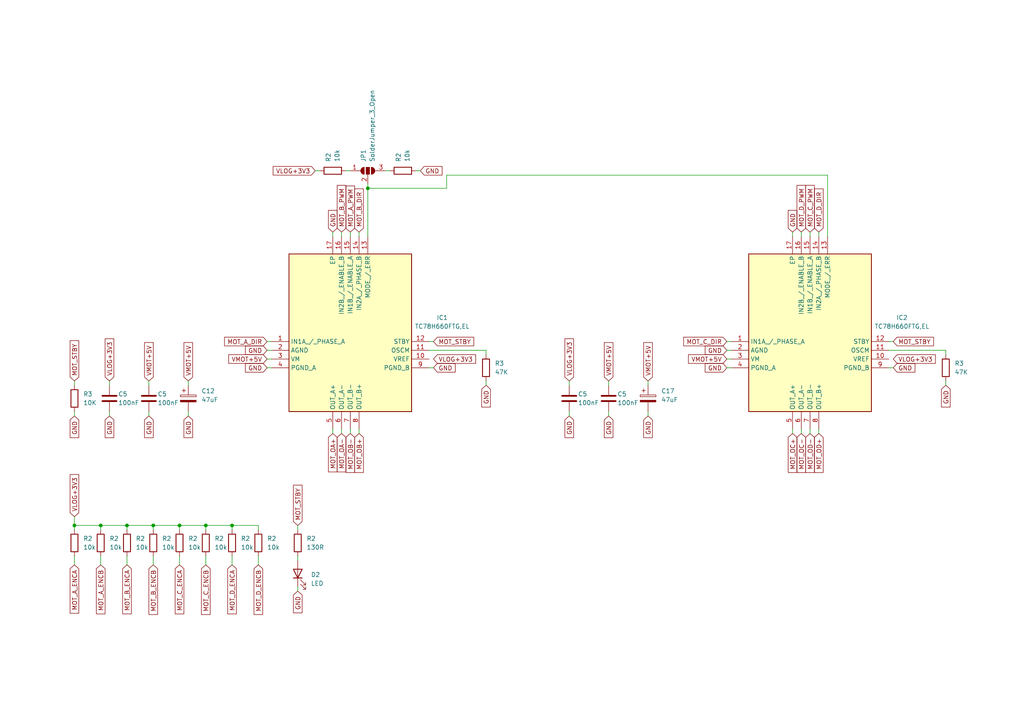
<source format=kicad_sch>
(kicad_sch (version 20230121) (generator eeschema)
  (paper "A4")
  (lib_symbols
    (symbol "Device:C" (pin_numbers hide) (pin_names (offset 0.254))
      (property "Reference" "C" (at 0.635 2.54 0))
      (property "Value" "C" (at 0.635 -2.54 0))
      (symbol "C_0_1"
        (polyline (pts (xy -2.032 -0.762) (xy 2.032 -0.762)) (stroke (width 0.508)))
        (polyline (pts (xy -2.032 0.762) (xy 2.032 0.762)) (stroke (width 0.508)))
      )
      (symbol "C_1_1"
        (pin passive line (at 0 3.81 270) (length 2.794) (name "~") (number "1"))
        (pin passive line (at 0 -3.81 90) (length 2.794) (name "~") (number "2"))
      )
    )
    (symbol "Device:C_Polarized" (pin_numbers hide) (pin_names (offset 0.254))
      (property "Reference" "C" (at 0.635 2.54 0))
      (property "Value" "C_Polarized" (at 0.635 -2.54 0))
      (symbol "C_Polarized_0_1"
        (rectangle (start -2.286 0.508) (end 2.286 1.016))
        (polyline (pts (xy -1.778 2.286) (xy -0.762 2.286)))
        (polyline (pts (xy -1.27 2.794) (xy -1.27 1.778)))
        (rectangle (start 2.286 -0.508) (end -2.286 -1.016) (fill (type outline)))
      )
      (symbol "C_Polarized_1_1"
        (pin passive line (at 0 3.81 270) (length 2.794) (name "~") (number "1"))
        (pin passive line (at 0 -3.81 90) (length 2.794) (name "~") (number "2"))
      )
    )
    (symbol "Device:LED" (pin_numbers hide) (pin_names (offset 1.016) hide)
      (property "Reference" "D" (at 0 2.54 0))
      (property "Value" "LED" (at 0 -2.54 0))
      (symbol "LED_0_1"
        (polyline (pts (xy -1.27 -1.27) (xy -1.27 1.27)) (stroke (width 0.254)))
        (polyline (pts (xy -1.27 0) (xy 1.27 0)))
        (polyline (pts (xy 1.27 -1.27) (xy 1.27 1.27) (xy -1.27 0) (xy 1.27 -1.27)) (stroke (width 0.254)))
        (polyline (pts (xy -3.048 -0.762) (xy -4.572 -2.286) (xy -3.81 -2.286) (xy -4.572 -2.286) (xy -4.572 -1.524)))
        (polyline (pts (xy -1.778 -0.762) (xy -3.302 -2.286) (xy -2.54 -2.286) (xy -3.302 -2.286) (xy -3.302 -1.524)))
      )
      (symbol "LED_1_1"
        (pin passive line (at -3.81 0 0) (length 2.54) (name "K") (number "1"))
        (pin passive line (at 3.81 0 180) (length 2.54) (name "A") (number "2"))
      )
    )
    (symbol "Device:R" (pin_numbers hide) (pin_names (offset 0))
      (property "Reference" "R" (at 2.032 0 90))
      (property "Value" "R" (at 0 0 90))
      (symbol "R_0_1"
        (rectangle (start -1.016 -2.54) (end 1.016 2.54) (stroke (width 0.254)))
      )
      (symbol "R_1_1"
        (pin passive line (at 0 3.81 270) (length 1.27) (name "~") (number "1"))
        (pin passive line (at 0 -3.81 90) (length 1.27) (name "~") (number "2"))
      )
    )
    (symbol "Jumper:SolderJumper_3_Open" (pin_names (offset 0) hide)
      (property "Reference" "JP" (at -2.54 -2.54 0))
      (property "Value" "SolderJumper_3_Open" (at 0 2.794 0))
      (symbol "SolderJumper_3_Open_0_1"
        (arc (start -1.016 1.016) (mid -2.0276 0) (end -1.016 -1.016))
        (arc (start -1.016 1.016) (mid -2.0276 0) (end -1.016 -1.016) (fill (type outline)))
        (rectangle (start -0.508 1.016) (end 0.508 -1.016) (fill (type outline)))
        (polyline (pts (xy -2.54 0) (xy -2.032 0)))
        (polyline (pts (xy -1.016 1.016) (xy -1.016 -1.016)))
        (polyline (pts (xy 0 -1.27) (xy 0 -1.016)))
        (polyline (pts (xy 1.016 1.016) (xy 1.016 -1.016)))
        (polyline (pts (xy 2.54 0) (xy 2.032 0)))
        (arc (start 1.016 -1.016) (mid 2.0276 0) (end 1.016 1.016))
        (arc (start 1.016 -1.016) (mid 2.0276 0) (end 1.016 1.016) (fill (type outline)))
      )
      (symbol "SolderJumper_3_Open_1_1"
        (pin passive line (at -5.08 0 0) (length 2.54) (name "A") (number "1"))
        (pin passive line (at 0 -3.81 90) (length 2.54) (name "C") (number "2"))
        (pin passive line (at 5.08 0 180) (length 2.54) (name "B") (number "3"))
      )
    )
    (symbol "TC78H660FTG_EL:TC78H660FTG,EL"
      (property "Reference" "IC" (at 41.91 30.48 0))
      (property "Value" "TC78H660FTG,EL" (at 41.91 27.94 0))
      (symbol "TC78H660FTG,EL_1_1"
        (rectangle (start 5.08 25.4) (end 40.64 -20.32) (stroke (width 0.254)) (fill (type background)))
        (pin passive line (at 0 0 0) (length 5.08) (name "IN1A_/_PHASE_A") (number "1"))
        (pin passive line (at 45.72 -5.08 180) (length 5.08) (name "VREF") (number "10"))
        (pin passive line (at 45.72 -2.54 180) (length 5.08) (name "OSCM") (number "11"))
        (pin passive line (at 45.72 0 180) (length 5.08) (name "STBY") (number "12"))
        (pin passive line (at 27.94 30.48 270) (length 5.08) (name "MODE_/_ERR") (number "13"))
        (pin passive line (at 25.4 30.48 270) (length 5.08) (name "IN2A_/_PHASE_B") (number "14"))
        (pin passive line (at 22.86 30.48 270) (length 5.08) (name "IN1B_/_ENABLE_A") (number "15"))
        (pin passive line (at 20.32 30.48 270) (length 5.08) (name "IN2B_/_ENABLE_B") (number "16"))
        (pin passive line (at 17.78 30.48 270) (length 5.08) (name "EP") (number "17"))
        (pin passive line (at 0 -2.54 0) (length 5.08) (name "AGND") (number "2"))
        (pin passive line (at 0 -5.08 0) (length 5.08) (name "VM") (number "3"))
        (pin passive line (at 0 -7.62 0) (length 5.08) (name "PGND_A") (number "4"))
        (pin passive line (at 17.78 -25.4 90) (length 5.08) (name "OUT_A+") (number "5"))
        (pin passive line (at 20.32 -25.4 90) (length 5.08) (name "OUT_A-") (number "6"))
        (pin passive line (at 22.86 -25.4 90) (length 5.08) (name "OUT_B-") (number "7"))
        (pin passive line (at 25.4 -25.4 90) (length 5.08) (name "OUT_B+") (number "8"))
        (pin passive line (at 45.72 -7.62 180) (length 5.08) (name "PGND_B") (number "9"))
      )
    )
  )
  (junction (at 29.21 152.4))
  (junction (at 52.07 152.4))
  (junction (at 67.31 152.4))
  (junction (at 59.69 152.4))
  (junction (at 44.45 152.4))
  (junction (at 106.68 54.61))
  (junction (at 36.83 152.4))
  (junction (at 21.59 152.4))
  (wire (pts (xy 67.31 153.67) (xy 67.31 152.4)))
  (wire (pts (xy 44.45 152.4) (xy 36.83 152.4)))
  (wire (pts (xy 67.31 152.4) (xy 59.69 152.4)))
  (wire (pts (xy 44.45 161.29) (xy 44.45 163.83)))
  (wire (pts (xy 96.52 67.31) (xy 96.52 68.58)))
  (wire (pts (xy 104.14 67.31) (xy 104.14 68.58)))
  (wire (pts (xy 43.18 110.49) (xy 43.18 111.76)))
  (wire (pts (xy 96.52 124.46) (xy 96.52 125.73)))
  (wire (pts (xy 257.81 101.6) (xy 274.32 101.6)))
  (wire (pts (xy 210.82 101.6) (xy 212.09 101.6)))
  (wire (pts (xy 129.54 54.61) (xy 106.68 54.61)))
  (wire (pts (xy 106.68 53.34) (xy 106.68 54.61)))
  (wire (pts (xy 21.59 110.49) (xy 21.59 111.76)))
  (wire (pts (xy 237.49 124.46) (xy 237.49 125.73)))
  (wire (pts (xy 240.03 68.58) (xy 240.03 50.8)))
  (wire (pts (xy 36.83 153.67) (xy 36.83 152.4)))
  (wire (pts (xy 99.06 67.31) (xy 99.06 68.58)))
  (wire (pts (xy 59.69 153.67) (xy 59.69 152.4)))
  (wire (pts (xy 54.61 110.49) (xy 54.61 111.76)))
  (wire (pts (xy 104.14 124.46) (xy 104.14 125.73)))
  (wire (pts (xy 274.32 101.6) (xy 274.32 102.87)))
  (wire (pts (xy 31.75 110.49) (xy 31.75 111.76)))
  (wire (pts (xy 229.87 124.46) (xy 229.87 125.73)))
  (wire (pts (xy 111.76 49.53) (xy 113.03 49.53)))
  (wire (pts (xy 29.21 161.29) (xy 29.21 163.83)))
  (wire (pts (xy 21.59 161.29) (xy 21.59 163.83)))
  (wire (pts (xy 31.75 119.38) (xy 31.75 120.65)))
  (wire (pts (xy 101.6 124.46) (xy 101.6 125.73)))
  (wire (pts (xy 36.83 161.29) (xy 36.83 163.83)))
  (wire (pts (xy 257.81 99.06) (xy 259.08 99.06)))
  (wire (pts (xy 74.93 161.29) (xy 74.93 163.83)))
  (wire (pts (xy 187.96 110.49) (xy 187.96 111.76)))
  (wire (pts (xy 210.82 99.06) (xy 212.09 99.06)))
  (wire (pts (xy 86.36 152.4) (xy 86.36 153.67)))
  (wire (pts (xy 125.73 106.68) (xy 124.46 106.68)))
  (wire (pts (xy 140.97 101.6) (xy 140.97 102.87)))
  (wire (pts (xy 176.53 119.38) (xy 176.53 120.65)))
  (wire (pts (xy 52.07 153.67) (xy 52.07 152.4)))
  (wire (pts (xy 274.32 110.49) (xy 274.32 111.76)))
  (wire (pts (xy 121.92 49.53) (xy 120.65 49.53)))
  (wire (pts (xy 259.08 106.68) (xy 257.81 106.68)))
  (wire (pts (xy 124.46 99.06) (xy 125.73 99.06)))
  (wire (pts (xy 43.18 119.38) (xy 43.18 120.65)))
  (wire (pts (xy 101.6 67.31) (xy 101.6 68.58)))
  (wire (pts (xy 21.59 149.86) (xy 21.59 152.4)))
  (wire (pts (xy 124.46 101.6) (xy 140.97 101.6)))
  (wire (pts (xy 74.93 153.67) (xy 74.93 152.4)))
  (wire (pts (xy 29.21 153.67) (xy 29.21 152.4)))
  (wire (pts (xy 67.31 161.29) (xy 67.31 163.83)))
  (wire (pts (xy 44.45 153.67) (xy 44.45 152.4)))
  (wire (pts (xy 21.59 119.38) (xy 21.59 120.65)))
  (wire (pts (xy 36.83 152.4) (xy 29.21 152.4)))
  (wire (pts (xy 91.44 49.53) (xy 92.71 49.53)))
  (wire (pts (xy 29.21 152.4) (xy 21.59 152.4)))
  (wire (pts (xy 52.07 152.4) (xy 44.45 152.4)))
  (wire (pts (xy 52.07 161.29) (xy 52.07 163.83)))
  (wire (pts (xy 140.97 110.49) (xy 140.97 111.76)))
  (wire (pts (xy 59.69 161.29) (xy 59.69 163.83)))
  (wire (pts (xy 77.47 99.06) (xy 78.74 99.06)))
  (wire (pts (xy 176.53 110.49) (xy 176.53 111.76)))
  (wire (pts (xy 77.47 106.68) (xy 78.74 106.68)))
  (wire (pts (xy 77.47 101.6) (xy 78.74 101.6)))
  (wire (pts (xy 210.82 104.14) (xy 212.09 104.14)))
  (wire (pts (xy 86.36 161.29) (xy 86.36 162.56)))
  (wire (pts (xy 229.87 67.31) (xy 229.87 68.58)))
  (wire (pts (xy 129.54 50.8) (xy 129.54 54.61)))
  (wire (pts (xy 54.61 119.38) (xy 54.61 120.65)))
  (wire (pts (xy 232.41 67.31) (xy 232.41 68.58)))
  (wire (pts (xy 165.1 110.49) (xy 165.1 111.76)))
  (wire (pts (xy 210.82 106.68) (xy 212.09 106.68)))
  (wire (pts (xy 240.03 50.8) (xy 129.54 50.8)))
  (wire (pts (xy 99.06 124.46) (xy 99.06 125.73)))
  (wire (pts (xy 234.95 124.46) (xy 234.95 125.73)))
  (wire (pts (xy 232.41 124.46) (xy 232.41 125.73)))
  (wire (pts (xy 77.47 104.14) (xy 78.74 104.14)))
  (wire (pts (xy 59.69 152.4) (xy 52.07 152.4)))
  (wire (pts (xy 237.49 67.31) (xy 237.49 68.58)))
  (wire (pts (xy 234.95 67.31) (xy 234.95 68.58)))
  (wire (pts (xy 21.59 152.4) (xy 21.59 153.67)))
  (wire (pts (xy 100.33 49.53) (xy 101.6 49.53)))
  (wire (pts (xy 106.68 54.61) (xy 106.68 68.58)))
  (wire (pts (xy 86.36 170.18) (xy 86.36 171.45)))
  (wire (pts (xy 187.96 119.38) (xy 187.96 120.65)))
  (wire (pts (xy 74.93 152.4) (xy 67.31 152.4)))
  (wire (pts (xy 165.1 119.38) (xy 165.1 120.65)))
  (global_label "MOT_D_ENCA" (shape input) (at 67.31 163.83 270) (property "Intersheetrefs" "${INTERSHEET_REFS}" (effects hide)))
  (global_label "GND" (shape input) (at 165.1 120.65 270) (property "Intersheetrefs" "${INTERSHEET_REFS}" (effects hide)))
  (global_label "VMOT+5V" (shape input) (at 77.47 104.14 180) (property "Intersheetrefs" "${INTERSHEET_REFS}" (effects hide)))
  (global_label "MOT_D_PWM" (shape input) (at 232.41 67.31 90) (property "Intersheetrefs" "${INTERSHEET_REFS}" (effects hide)))
  (global_label "MOT_B_ENCA" (shape input) (at 36.83 163.83 270) (property "Intersheetrefs" "${INTERSHEET_REFS}" (effects hide)))
  (global_label "VLOG+3V3" (shape input) (at 259.08 104.14 0) (property "Intersheetrefs" "${INTERSHEET_REFS}" (effects hide)))
  (global_label "MOT_A_ENCA" (shape input) (at 21.59 163.83 270) (property "Intersheetrefs" "${INTERSHEET_REFS}" (effects hide)))
  (global_label "GND" (shape input) (at 125.73 106.68 0) (property "Intersheetrefs" "${INTERSHEET_REFS}" (effects hide)))
  (global_label "GND" (shape input) (at 86.36 171.45 270) (property "Intersheetrefs" "${INTERSHEET_REFS}" (effects hide)))
  (global_label "MOT_OB-" (shape input) (at 101.6 125.73 270) (property "Intersheetrefs" "${INTERSHEET_REFS}" (effects hide)))
  (global_label "GND" (shape input) (at 121.92 49.53 0) (property "Intersheetrefs" "${INTERSHEET_REFS}" (effects hide)))
  (global_label "MOT_A_DIR" (shape input) (at 77.47 99.06 180) (property "Intersheetrefs" "${INTERSHEET_REFS}" (effects hide)))
  (global_label "MOT_STBY" (shape input) (at 125.73 99.06 0) (property "Intersheetrefs" "${INTERSHEET_REFS}" (effects hide)))
  (global_label "GND" (shape input) (at 77.47 101.6 180) (property "Intersheetrefs" "${INTERSHEET_REFS}" (effects hide)))
  (global_label "MOT_C_PWM" (shape input) (at 234.95 67.31 90) (property "Intersheetrefs" "${INTERSHEET_REFS}" (effects hide)))
  (global_label "VLOG+3V3" (shape input) (at 165.1 110.49 90) (property "Intersheetrefs" "${INTERSHEET_REFS}" (effects hide)))
  (global_label "VLOG+3V3" (shape input) (at 21.59 149.86 90) (property "Intersheetrefs" "${INTERSHEET_REFS}" (effects hide)))
  (global_label "GND" (shape input) (at 96.52 67.31 90) (property "Intersheetrefs" "${INTERSHEET_REFS}" (effects hide)))
  (global_label "VMOT+5V" (shape input) (at 54.61 110.49 90) (property "Intersheetrefs" "${INTERSHEET_REFS}" (effects hide)))
  (global_label "MOT_OD+" (shape input) (at 237.49 125.73 270) (property "Intersheetrefs" "${INTERSHEET_REFS}" (effects hide)))
  (global_label "GND" (shape input) (at 210.82 101.6 180) (property "Intersheetrefs" "${INTERSHEET_REFS}" (effects hide)))
  (global_label "GND" (shape input) (at 21.59 120.65 270) (property "Intersheetrefs" "${INTERSHEET_REFS}" (effects hide)))
  (global_label "GND" (shape input) (at 140.97 111.76 270) (property "Intersheetrefs" "${INTERSHEET_REFS}" (effects hide)))
  (global_label "VMOT+5V" (shape input) (at 210.82 104.14 180) (property "Intersheetrefs" "${INTERSHEET_REFS}" (effects hide)))
  (global_label "VLOG+3V3" (shape input) (at 91.44 49.53 180) (property "Intersheetrefs" "${INTERSHEET_REFS}" (effects hide)))
  (global_label "MOT_C_ENCA" (shape input) (at 52.07 163.83 270) (property "Intersheetrefs" "${INTERSHEET_REFS}" (effects hide)))
  (global_label "MOT_STBY" (shape input) (at 86.36 152.4 90) (property "Intersheetrefs" "${INTERSHEET_REFS}" (effects hide)))
  (global_label "GND" (shape input) (at 43.18 120.65 270) (property "Intersheetrefs" "${INTERSHEET_REFS}" (effects hide)))
  (global_label "VLOG+3V3" (shape input) (at 125.73 104.14 0) (property "Intersheetrefs" "${INTERSHEET_REFS}" (effects hide)))
  (global_label "MOT_B_DIR" (shape input) (at 104.14 67.31 90) (property "Intersheetrefs" "${INTERSHEET_REFS}" (effects hide)))
  (global_label "GND" (shape input) (at 259.08 106.68 0) (property "Intersheetrefs" "${INTERSHEET_REFS}" (effects hide)))
  (global_label "MOT_A_PWM" (shape input) (at 101.6 67.31 90) (property "Intersheetrefs" "${INTERSHEET_REFS}" (effects hide)))
  (global_label "MOT_OB+" (shape input) (at 104.14 125.73 270) (property "Intersheetrefs" "${INTERSHEET_REFS}" (effects hide)))
  (global_label "GND" (shape input) (at 77.47 106.68 180) (property "Intersheetrefs" "${INTERSHEET_REFS}" (effects hide)))
  (global_label "GND" (shape input) (at 176.53 120.65 270) (property "Intersheetrefs" "${INTERSHEET_REFS}" (effects hide)))
  (global_label "MOT_A_ENCB" (shape input) (at 29.21 163.83 270) (property "Intersheetrefs" "${INTERSHEET_REFS}" (effects hide)))
  (global_label "VLOG+3V3" (shape input) (at 31.75 110.49 90) (property "Intersheetrefs" "${INTERSHEET_REFS}" (effects hide)))
  (global_label "GND" (shape input) (at 31.75 120.65 270) (property "Intersheetrefs" "${INTERSHEET_REFS}" (effects hide)))
  (global_label "MOT_OD-" (shape input) (at 234.95 125.73 270) (property "Intersheetrefs" "${INTERSHEET_REFS}" (effects hide)))
  (global_label "MOT_B_PWM" (shape input) (at 99.06 67.31 90) (property "Intersheetrefs" "${INTERSHEET_REFS}" (effects hide)))
  (global_label "MOT_B_ENCB" (shape input) (at 44.45 163.83 270) (property "Intersheetrefs" "${INTERSHEET_REFS}" (effects hide)))
  (global_label "MOT_D_DIR" (shape input) (at 237.49 67.31 90) (property "Intersheetrefs" "${INTERSHEET_REFS}" (effects hide)))
  (global_label "GND" (shape input) (at 187.96 120.65 270) (property "Intersheetrefs" "${INTERSHEET_REFS}" (effects hide)))
  (global_label "GND" (shape input) (at 54.61 120.65 270) (property "Intersheetrefs" "${INTERSHEET_REFS}" (effects hide)))
  (global_label "GND" (shape input) (at 210.82 106.68 180) (property "Intersheetrefs" "${INTERSHEET_REFS}" (effects hide)))
  (global_label "MOT_C_ENCB" (shape input) (at 59.69 163.83 270) (property "Intersheetrefs" "${INTERSHEET_REFS}" (effects hide)))
  (global_label "MOT_OC-" (shape input) (at 232.41 125.73 270) (property "Intersheetrefs" "${INTERSHEET_REFS}" (effects hide)))
  (global_label "MOT_D_ENCB" (shape input) (at 74.93 163.83 270) (property "Intersheetrefs" "${INTERSHEET_REFS}" (effects hide)))
  (global_label "MOT_OA-" (shape input) (at 99.06 125.73 270) (property "Intersheetrefs" "${INTERSHEET_REFS}" (effects hide)))
  (global_label "GND" (shape input) (at 274.32 111.76 270) (property "Intersheetrefs" "${INTERSHEET_REFS}" (effects hide)))
  (global_label "MOT_OA+" (shape input) (at 96.52 125.73 270) (property "Intersheetrefs" "${INTERSHEET_REFS}" (effects hide)))
  (global_label "MOT_STBY" (shape input) (at 21.59 110.49 90) (property "Intersheetrefs" "${INTERSHEET_REFS}" (effects hide)))
  (global_label "VMOT+5V" (shape input) (at 43.18 110.49 90) (property "Intersheetrefs" "${INTERSHEET_REFS}" (effects hide)))
  (global_label "MOT_STBY" (shape input) (at 259.08 99.06 0) (property "Intersheetrefs" "${INTERSHEET_REFS}" (effects hide)))
  (global_label "VMOT+5V" (shape input) (at 187.96 110.49 90) (property "Intersheetrefs" "${INTERSHEET_REFS}" (effects hide)))
  (global_label "MOT_OC+" (shape input) (at 229.87 125.73 270) (property "Intersheetrefs" "${INTERSHEET_REFS}" (effects hide)))
  (global_label "VMOT+5V" (shape input) (at 176.53 110.49 90) (property "Intersheetrefs" "${INTERSHEET_REFS}" (effects hide)))
  (global_label "MOT_C_DIR" (shape input) (at 210.82 99.06 180) (property "Intersheetrefs" "${INTERSHEET_REFS}" (effects hide)))
  (global_label "GND" (shape input) (at 229.87 67.31 90) (property "Intersheetrefs" "${INTERSHEET_REFS}" (effects hide)))
  (symbol (lib_id "TC78H660FTG_EL:TC78H660FTG,EL") (at 212.09 99.06 0) (unit 1)
    (property "Reference" "IC2" (at 261.62 92.1319 0))
    (property "Value" "TC78H660FTG,EL" (at 261.62 94.6719 0))
    (property "Footprint" "Footprints:QFN50P300X300X90-17N" (effects hide))
    (property "Datasheet" "https://toshiba.semicon-storage.com/eu/semiconductor/product/motor-driver-ics/brushed-dc-motor-driver-ics/detail.TC78H660FTG.html" (effects hide))
    (property "Height" "0.9" (effects hide))
    (property "Manufacturer_Name" "Toshiba" (effects hide))
    (property "Manufacturer_Part_Number" "TC78H660FTG,EL" (effects hide))
    (property "Mouser Part Number" "757-TC78H660FTGEL" (effects hide))
    (property "Mouser Price/Stock" "https://www.mouser.co.uk/ProductDetail/Toshiba/TC78H660FTGEL?qs=GBLSl2Akirut0oT06igwhw%3D%3D" (effects hide))
    (property "Arrow Part Number" "TC78H660FTG,EL" (effects hide))
    (property "Arrow Price/Stock" "https://www.arrow.com/en/products/tc78h660ftgel/toshiba?region=nac" (effects hide))
  )
  (symbol (lib_id "Device:R") (at 274.32 106.68 0) (unit 1)
    (property "Reference" "R3" (at 276.86 105.41 0) (effects (justify left)))
    (property "Value" "47K" (at 276.86 107.95 0) (effects (justify left)))
    (property "Footprint" "Resistor_SMD:R_0603_1608Metric" (effects hide))
    (instances (project "DynamixelAdapter" (path "" (reference "R3") (unit 1))) (project "Edurob" (path "" (reference "R7") (unit 1)) (path "" (reference "R19") (unit 1))))
  )
  (symbol (lib_id "Device:R") (at 116.84 49.53 90) (unit 1)
    (property "Reference" "R2" (at 115.5699 46.99 0) (effects (justify left)))
    (property "Value" "10k" (at 118.1099 46.99 0) (effects (justify left)))
    (property "Footprint" "Resistor_SMD:R_0603_1608Metric" (effects hide))
    (instances (project "ModuleController" (path "" (reference "R2") (unit 1))) (project "Edurob" (path "" (reference "R1") (unit 1)) (path "" (reference "R4") (unit 1)) (path "" (reference "R5") (unit 1)) (path "" (reference "R15") (unit 1))))
  )
  (symbol (lib_id "Device:R") (at 52.07 157.48 0) (unit 1)
    (property "Reference" "R2" (at 54.61 156.2099 0) (effects (justify left)))
    (property "Value" "10k" (at 54.61 158.7499 0) (effects (justify left)))
    (property "Footprint" "Resistor_SMD:R_0603_1608Metric" (effects hide))
    (instances (project "ModuleController" (path "" (reference "R2") (unit 1))) (project "Edurob" (path "" (reference "R1") (unit 1)) (path "" (reference "R4") (unit 1)) (path "" (reference "R6") (unit 1)) (path "" (reference "R21") (unit 1))))
  )
  (symbol (lib_id "Device:R") (at 96.52 49.53 90) (unit 1)
    (property "Reference" "R2" (at 95.2499 46.99 0) (effects (justify left)))
    (property "Value" "10k" (at 97.7899 46.99 0) (effects (justify left)))
    (property "Footprint" "Resistor_SMD:R_0603_1608Metric" (effects hide))
    (instances (project "ModuleController" (path "" (reference "R2") (unit 1))) (project "Edurob" (path "" (reference "R1") (unit 1)) (path "" (reference "R4") (unit 1)) (path "" (reference "R6") (unit 1)) (path "" (reference "R14") (unit 1))))
  )
  (symbol (lib_id "Device:C") (at 31.75 115.57 0) (unit 1)
    (property "Reference" "C5" (at 34.29 114.3 0) (effects (justify left)))
    (property "Value" "100nF" (at 34.29 116.84 0) (effects (justify left)))
    (property "Footprint" "Capacitor_SMD:C_0603_1608Metric" (effects hide))
    (instances (project "ModuleController" (path "" (reference "C5") (unit 1))) (project "Edurob" (path "" (reference "C3") (unit 1)) (path "" (reference "C14") (unit 1))))
  )
  (symbol (lib_id "Device:R") (at 21.59 115.57 0) (unit 1)
    (property "Reference" "R3" (at 24.13 114.2999 0) (effects (justify left)))
    (property "Value" "10K" (at 24.13 116.8399 0) (effects (justify left)))
    (property "Footprint" "Resistor_SMD:R_0603_1608Metric" (effects hide))
    (instances (project "DynamixelAdapter" (path "" (reference "R3") (unit 1))) (project "Edurob" (path "" (reference "R7") (unit 1)) (path "" (reference "R12") (unit 1))))
  )
  (symbol (lib_id "Device:C_Polarized") (at 187.96 115.57 0) (unit 1)
    (property "Reference" "C17" (at 191.77 113.411 0) (effects (justify left)))
    (property "Value" "47uF" (at 191.77 115.951 0) (effects (justify left)))
    (property "Footprint" "Capacitor_Tantalum_SMD:CP_EIA-7343-31_Kemet-D" (effects hide))
  )
  (symbol (lib_id "Device:LED") (at 86.36 166.37 90) (unit 1)
    (property "Reference" "D2" (at 90.17 166.6875 90) (effects (justify right)))
    (property "Value" "LED" (at 90.17 169.2275 90) (effects (justify right)))
    (property "Footprint" "LED_SMD:LED_0603_1608Metric" (effects hide))
    (property "Color" "Orange" (effects hide))
    (property "V_f" "2V" (effects hide))
  )
  (symbol (lib_id "Device:C_Polarized") (at 54.61 115.57 0) (unit 1)
    (property "Reference" "C12" (at 58.42 113.411 0) (effects (justify left)))
    (property "Value" "47uF" (at 58.42 115.951 0) (effects (justify left)))
    (property "Footprint" "Capacitor_Tantalum_SMD:CP_EIA-7343-31_Kemet-D" (effects hide))
  )
  (symbol (lib_id "Device:C") (at 176.53 115.57 0) (unit 1)
    (property "Reference" "C5" (at 179.07 114.3 0) (effects (justify left)))
    (property "Value" "100nF" (at 179.07 116.84 0) (effects (justify left)))
    (property "Footprint" "Capacitor_SMD:C_0603_1608Metric" (effects hide))
    (instances (project "ModuleController" (path "" (reference "C5") (unit 1))) (project "Edurob" (path "" (reference "C3") (unit 1)) (path "" (reference "C16") (unit 1))))
  )
  (symbol (lib_id "Device:R") (at 67.31 157.48 0) (unit 1)
    (property "Reference" "R2" (at 69.85 156.2099 0) (effects (justify left)))
    (property "Value" "10k" (at 69.85 158.7499 0) (effects (justify left)))
    (property "Footprint" "Resistor_SMD:R_0603_1608Metric" (effects hide))
    (instances (project "ModuleController" (path "" (reference "R2") (unit 1))) (project "Edurob" (path "" (reference "R1") (unit 1)) (path "" (reference "R4") (unit 1)) (path "" (reference "R6") (unit 1)) (path "" (reference "R23") (unit 1))))
  )
  (symbol (lib_id "Device:R") (at 86.36 157.48 0) (unit 1)
    (property "Reference" "R2" (at 88.9 156.21 0) (effects (justify left)))
    (property "Value" "130R" (at 88.9 158.75 0) (effects (justify left)))
    (property "Footprint" "Resistor_SMD:R_0603_1608Metric" (effects hide))
    (instances (project "ModuleController" (path "" (reference "R2") (unit 1))) (project "Edurob" (path "" (reference "R1") (unit 1)) (path "" (reference "R4") (unit 1)) (path "" (reference "R6") (unit 1)) (path "" (reference "R25") (unit 1))))
  )
  (symbol (lib_id "Device:R") (at 140.97 106.68 0) (unit 1)
    (property "Reference" "R3" (at 143.51 105.41 0) (effects (justify left)))
    (property "Value" "47K" (at 143.51 107.95 0) (effects (justify left)))
    (property "Footprint" "Resistor_SMD:R_0603_1608Metric" (effects hide))
    (instances (project "DynamixelAdapter" (path "" (reference "R3") (unit 1))) (project "Edurob" (path "" (reference "R7") (unit 1)) (path "" (reference "R13") (unit 1))))
  )
  (symbol (lib_id "Device:R") (at 21.59 157.48 0) (unit 1)
    (property "Reference" "R2" (at 24.13 156.2099 0) (effects (justify left)))
    (property "Value" "10k" (at 24.13 158.7499 0) (effects (justify left)))
    (property "Footprint" "Resistor_SMD:R_0603_1608Metric" (effects hide))
    (instances (project "ModuleController" (path "" (reference "R2") (unit 1))) (project "Edurob" (path "" (reference "R1") (unit 1)) (path "" (reference "R4") (unit 1)) (path "" (reference "R6") (unit 1)) (path "" (reference "R16") (unit 1))))
  )
  (symbol (lib_id "Device:R") (at 36.83 157.48 0) (unit 1)
    (property "Reference" "R2" (at 39.37 156.2099 0) (effects (justify left)))
    (property "Value" "10k" (at 39.37 158.7499 0) (effects (justify left)))
    (property "Footprint" "Resistor_SMD:R_0603_1608Metric" (effects hide))
    (instances (project "ModuleController" (path "" (reference "R2") (unit 1))) (project "Edurob" (path "" (reference "R1") (unit 1)) (path "" (reference "R4") (unit 1)) (path "" (reference "R6") (unit 1)) (path "" (reference "R18") (unit 1))))
  )
  (symbol (lib_id "TC78H660FTG_EL:TC78H660FTG,EL") (at 78.74 99.06 0) (unit 1)
    (property "Reference" "IC1" (at 128.27 92.1319 0))
    (property "Value" "TC78H660FTG,EL" (at 128.27 94.6719 0))
    (property "Footprint" "Footprints:QFN50P300X300X90-17N" (effects hide))
    (property "Datasheet" "https://toshiba.semicon-storage.com/eu/semiconductor/product/motor-driver-ics/brushed-dc-motor-driver-ics/detail.TC78H660FTG.html" (effects hide))
    (property "Height" "0.9" (effects hide))
    (property "Manufacturer_Name" "Toshiba" (effects hide))
    (property "Manufacturer_Part_Number" "TC78H660FTG,EL" (effects hide))
    (property "Mouser Part Number" "757-TC78H660FTGEL" (effects hide))
    (property "Mouser Price/Stock" "https://www.mouser.co.uk/ProductDetail/Toshiba/TC78H660FTGEL?qs=GBLSl2Akirut0oT06igwhw%3D%3D" (effects hide))
    (property "Arrow Part Number" "TC78H660FTG,EL" (effects hide))
    (property "Arrow Price/Stock" "https://www.arrow.com/en/products/tc78h660ftgel/toshiba?region=nac" (effects hide))
  )
  (symbol (lib_id "Jumper:SolderJumper_3_Open") (at 106.68 49.53 0) (unit 1)
    (property "Reference" "JP1" (at 105.41 46.99 90) (effects (justify left)))
    (property "Value" "SolderJumper_3_Open" (at 107.95 46.99 90) (effects (justify left)))
    (property "Footprint" "Jumper:SolderJumper-3_P1.3mm_Open_Pad1.0x1.5mm" (effects hide))
    (instances (project "Edurob" (path "" (reference "JP1") (unit 1)) (path "" (reference "JP2") (unit 1))))
  )
  (symbol (lib_id "Device:C") (at 43.18 115.57 0) (unit 1)
    (property "Reference" "C5" (at 45.72 114.3 0) (effects (justify left)))
    (property "Value" "100nF" (at 45.72 116.84 0) (effects (justify left)))
    (property "Footprint" "Capacitor_SMD:C_0603_1608Metric" (effects hide))
    (instances (project "ModuleController" (path "" (reference "C5") (unit 1))) (project "Edurob" (path "" (reference "C3") (unit 1)) (path "" (reference "C13") (unit 1))))
  )
  (symbol (lib_id "Device:C") (at 165.1 115.57 0) (unit 1)
    (property "Reference" "C5" (at 167.64 114.3 0) (effects (justify left)))
    (property "Value" "100nF" (at 167.64 116.84 0) (effects (justify left)))
    (property "Footprint" "Capacitor_SMD:C_0603_1608Metric" (effects hide))
    (instances (project "ModuleController" (path "" (reference "C5") (unit 1))) (project "Edurob" (path "" (reference "C3") (unit 1)) (path "" (reference "C15") (unit 1))))
  )
  (symbol (lib_id "Device:R") (at 74.93 157.48 0) (unit 1)
    (property "Reference" "R2" (at 77.47 156.2099 0) (effects (justify left)))
    (property "Value" "10k" (at 77.47 158.7499 0) (effects (justify left)))
    (property "Footprint" "Resistor_SMD:R_0603_1608Metric" (effects hide))
    (instances (project "ModuleController" (path "" (reference "R2") (unit 1))) (project "Edurob" (path "" (reference "R1") (unit 1)) (path "" (reference "R4") (unit 1)) (path "" (reference "R6") (unit 1)) (path "" (reference "R24") (unit 1))))
  )
  (symbol (lib_id "Device:R") (at 29.21 157.48 0) (unit 1)
    (property "Reference" "R2" (at 31.75 156.2099 0) (effects (justify left)))
    (property "Value" "10k" (at 31.75 158.7499 0) (effects (justify left)))
    (property "Footprint" "Resistor_SMD:R_0603_1608Metric" (effects hide))
    (instances (project "ModuleController" (path "" (reference "R2") (unit 1))) (project "Edurob" (path "" (reference "R1") (unit 1)) (path "" (reference "R4") (unit 1)) (path "" (reference "R6") (unit 1)) (path "" (reference "R17") (unit 1))))
  )
  (symbol (lib_id "Device:R") (at 44.45 157.48 0) (unit 1)
    (property "Reference" "R2" (at 46.99 156.2099 0) (effects (justify left)))
    (property "Value" "10k" (at 46.99 158.7499 0) (effects (justify left)))
    (property "Footprint" "Resistor_SMD:R_0603_1608Metric" (effects hide))
    (instances (project "ModuleController" (path "" (reference "R2") (unit 1))) (project "Edurob" (path "" (reference "R1") (unit 1)) (path "" (reference "R4") (unit 1)) (path "" (reference "R6") (unit 1)) (path "" (reference "R20") (unit 1))))
  )
  (symbol (lib_id "Device:R") (at 59.69 157.48 0) (unit 1)
    (property "Reference" "R2" (at 62.23 156.2099 0) (effects (justify left)))
    (property "Value" "10k" (at 62.23 158.7499 0) (effects (justify left)))
    (property "Footprint" "Resistor_SMD:R_0603_1608Metric" (effects hide))
    (instances (project "ModuleController" (path "" (reference "R2") (unit 1))) (project "Edurob" (path "" (reference "R1") (unit 1)) (path "" (reference "R4") (unit 1)) (path "" (reference "R6") (unit 1)) (path "" (reference "R22") (unit 1))))
  )
)
</source>
